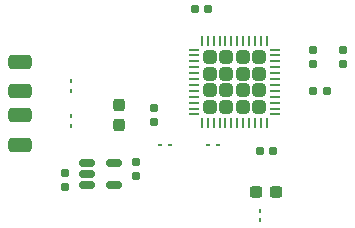
<source format=gbr>
%TF.GenerationSoftware,KiCad,Pcbnew,8.0.3*%
%TF.CreationDate,2024-07-05T22:26:41-07:00*%
%TF.ProjectId,can-opener,63616e2d-6f70-4656-9e65-722e6b696361,rev?*%
%TF.SameCoordinates,Original*%
%TF.FileFunction,Paste,Top*%
%TF.FilePolarity,Positive*%
%FSLAX46Y46*%
G04 Gerber Fmt 4.6, Leading zero omitted, Abs format (unit mm)*
G04 Created by KiCad (PCBNEW 8.0.3) date 2024-07-05 22:26:41*
%MOMM*%
%LPD*%
G01*
G04 APERTURE LIST*
G04 Aperture macros list*
%AMRoundRect*
0 Rectangle with rounded corners*
0 $1 Rounding radius*
0 $2 $3 $4 $5 $6 $7 $8 $9 X,Y pos of 4 corners*
0 Add a 4 corners polygon primitive as box body*
4,1,4,$2,$3,$4,$5,$6,$7,$8,$9,$2,$3,0*
0 Add four circle primitives for the rounded corners*
1,1,$1+$1,$2,$3*
1,1,$1+$1,$4,$5*
1,1,$1+$1,$6,$7*
1,1,$1+$1,$8,$9*
0 Add four rect primitives between the rounded corners*
20,1,$1+$1,$2,$3,$4,$5,0*
20,1,$1+$1,$4,$5,$6,$7,0*
20,1,$1+$1,$6,$7,$8,$9,0*
20,1,$1+$1,$8,$9,$2,$3,0*%
G04 Aperture macros list end*
%ADD10RoundRect,0.062500X0.062500X-0.117500X0.062500X0.117500X-0.062500X0.117500X-0.062500X-0.117500X0*%
%ADD11RoundRect,0.062500X-0.062500X0.117500X-0.062500X-0.117500X0.062500X-0.117500X0.062500X0.117500X0*%
%ADD12RoundRect,0.150000X-0.512500X-0.150000X0.512500X-0.150000X0.512500X0.150000X-0.512500X0.150000X0*%
%ADD13RoundRect,0.250000X0.315000X0.315000X-0.315000X0.315000X-0.315000X-0.315000X0.315000X-0.315000X0*%
%ADD14RoundRect,0.062500X0.375000X0.062500X-0.375000X0.062500X-0.375000X-0.062500X0.375000X-0.062500X0*%
%ADD15RoundRect,0.062500X0.062500X0.375000X-0.062500X0.375000X-0.062500X-0.375000X0.062500X-0.375000X0*%
%ADD16RoundRect,0.300000X0.700000X0.300000X-0.700000X0.300000X-0.700000X-0.300000X0.700000X-0.300000X0*%
%ADD17RoundRect,0.062500X0.117500X0.062500X-0.117500X0.062500X-0.117500X-0.062500X0.117500X-0.062500X0*%
%ADD18RoundRect,0.062500X-0.117500X-0.062500X0.117500X-0.062500X0.117500X0.062500X-0.117500X0.062500X0*%
%ADD19RoundRect,0.155000X-0.155000X0.212500X-0.155000X-0.212500X0.155000X-0.212500X0.155000X0.212500X0*%
%ADD20RoundRect,0.155000X0.155000X-0.212500X0.155000X0.212500X-0.155000X0.212500X-0.155000X-0.212500X0*%
%ADD21RoundRect,0.155000X-0.212500X-0.155000X0.212500X-0.155000X0.212500X0.155000X-0.212500X0.155000X0*%
%ADD22RoundRect,0.237500X0.237500X-0.300000X0.237500X0.300000X-0.237500X0.300000X-0.237500X-0.300000X0*%
%ADD23RoundRect,0.237500X0.300000X0.237500X-0.300000X0.237500X-0.300000X-0.237500X0.300000X-0.237500X0*%
%ADD24RoundRect,0.155000X0.212500X0.155000X-0.212500X0.155000X-0.212500X-0.155000X0.212500X-0.155000X0*%
G04 APERTURE END LIST*
D10*
%TO.C,D505*%
X101500000Y-87420000D03*
X101500000Y-86580000D03*
%TD*%
D11*
%TO.C,D504*%
X101500000Y-89580000D03*
X101500000Y-90420000D03*
%TD*%
D12*
%TO.C,U401*%
X102862500Y-93550000D03*
X102862500Y-94500000D03*
X102862500Y-95450000D03*
X105137500Y-95450000D03*
X105137500Y-93550000D03*
%TD*%
D13*
%TO.C,U201*%
X117400000Y-88800000D03*
X117400000Y-87400000D03*
X117400000Y-86000000D03*
X117400000Y-84600000D03*
X116000000Y-88800000D03*
X116000000Y-87400000D03*
X116000000Y-86000000D03*
X116000000Y-84600000D03*
X114600000Y-88800000D03*
X114600000Y-87400000D03*
X114600000Y-86000000D03*
X114600000Y-84600000D03*
X113200000Y-88800000D03*
X113200000Y-87400000D03*
X113200000Y-86000000D03*
X113200000Y-84600000D03*
D14*
X118737500Y-89450000D03*
X118737500Y-88950000D03*
X118737500Y-88450000D03*
X118737500Y-87950000D03*
X118737500Y-87450000D03*
X118737500Y-86950000D03*
X118737500Y-86450000D03*
X118737500Y-85950000D03*
X118737500Y-85450000D03*
X118737500Y-84950000D03*
X118737500Y-84450000D03*
X118737500Y-83950000D03*
D15*
X118050000Y-83262500D03*
X117550000Y-83262500D03*
X117050000Y-83262500D03*
X116550000Y-83262500D03*
X116050000Y-83262500D03*
X115550000Y-83262500D03*
X115050000Y-83262500D03*
X114550000Y-83262500D03*
X114050000Y-83262500D03*
X113550000Y-83262500D03*
X113050000Y-83262500D03*
X112550000Y-83262500D03*
D14*
X111862500Y-83950000D03*
X111862500Y-84450000D03*
X111862500Y-84950000D03*
X111862500Y-85450000D03*
X111862500Y-85950000D03*
X111862500Y-86450000D03*
X111862500Y-86950000D03*
X111862500Y-87450000D03*
X111862500Y-87950000D03*
X111862500Y-88450000D03*
X111862500Y-88950000D03*
X111862500Y-89450000D03*
D15*
X112550000Y-90137500D03*
X113050000Y-90137500D03*
X113550000Y-90137500D03*
X114050000Y-90137500D03*
X114550000Y-90137500D03*
X115050000Y-90137500D03*
X115550000Y-90137500D03*
X116050000Y-90137500D03*
X116550000Y-90137500D03*
X117050000Y-90137500D03*
X117550000Y-90137500D03*
X118050000Y-90137500D03*
%TD*%
D16*
%TO.C,J501*%
X97175000Y-92000000D03*
X97175000Y-89500000D03*
X97175000Y-87500000D03*
X97175000Y-85000000D03*
%TD*%
D10*
%TO.C,D503*%
X117500000Y-98420000D03*
X117500000Y-97580000D03*
%TD*%
D17*
%TO.C,D502*%
X109840000Y-92000000D03*
X109000000Y-92000000D03*
%TD*%
D18*
%TO.C,D501*%
X113080000Y-92000000D03*
X113920000Y-92000000D03*
%TD*%
D19*
%TO.C,C402*%
X107000000Y-93500000D03*
X107000000Y-94635000D03*
%TD*%
D20*
%TO.C,C401*%
X100932500Y-94432500D03*
X100932500Y-95567500D03*
%TD*%
D21*
%TO.C,C201*%
X122000000Y-87500000D03*
X123135000Y-87500000D03*
%TD*%
D19*
%TO.C,C208*%
X124500000Y-84000000D03*
X124500000Y-85135000D03*
%TD*%
%TO.C,C207*%
X122000000Y-84000000D03*
X122000000Y-85135000D03*
%TD*%
D22*
%TO.C,C206*%
X105500000Y-90362500D03*
X105500000Y-88637500D03*
%TD*%
D23*
%TO.C,C205*%
X118862500Y-96000000D03*
X117137500Y-96000000D03*
%TD*%
D24*
%TO.C,C204*%
X118567500Y-92500000D03*
X117432500Y-92500000D03*
%TD*%
D21*
%TO.C,C203*%
X111932500Y-80500000D03*
X113067500Y-80500000D03*
%TD*%
D20*
%TO.C,C202*%
X108500000Y-90067500D03*
X108500000Y-88932500D03*
%TD*%
M02*

</source>
